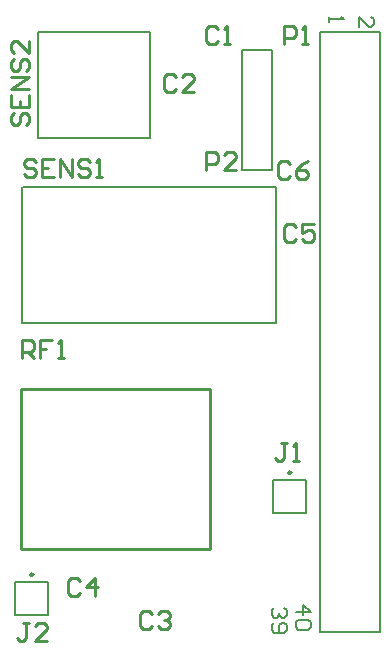
<source format=gto>
G04 Layer_Color=65535*
%FSLAX25Y25*%
%MOIN*%
G70*
G01*
G75*
%ADD16C,0.01000*%
%ADD24C,0.00984*%
%ADD25C,0.00787*%
%ADD26C,0.00800*%
D16*
X7441Y86032D02*
X70433D01*
X7441Y32488D02*
Y86032D01*
Y32488D02*
X70433D01*
Y59061D01*
Y58079D02*
Y86032D01*
X50999Y10998D02*
X49999Y11998D01*
X48000D01*
X47000Y10998D01*
Y7000D01*
X48000Y6000D01*
X49999D01*
X50999Y7000D01*
X52998Y10998D02*
X53998Y11998D01*
X55997D01*
X56997Y10998D01*
Y9999D01*
X55997Y8999D01*
X54997D01*
X55997D01*
X56997Y7999D01*
Y7000D01*
X55997Y6000D01*
X53998D01*
X52998Y7000D01*
X26999Y21998D02*
X25999Y22998D01*
X24000D01*
X23000Y21998D01*
Y18000D01*
X24000Y17000D01*
X25999D01*
X26999Y18000D01*
X31997Y17000D02*
Y22998D01*
X28998Y19999D01*
X32997D01*
X9999Y7998D02*
X7999D01*
X8999D01*
Y3000D01*
X7999Y2000D01*
X7000D01*
X6000Y3000D01*
X15997Y2000D02*
X11998D01*
X15997Y5999D01*
Y6998D01*
X14997Y7998D01*
X12998D01*
X11998Y6998D01*
X98999Y139998D02*
X97999Y140998D01*
X96000D01*
X95000Y139998D01*
Y136000D01*
X96000Y135000D01*
X97999D01*
X98999Y136000D01*
X104997Y140998D02*
X100998D01*
Y137999D01*
X102997Y138999D01*
X103997D01*
X104997Y137999D01*
Y136000D01*
X103997Y135000D01*
X101998D01*
X100998Y136000D01*
X96999Y160998D02*
X95999Y161998D01*
X94000D01*
X93000Y160998D01*
Y157000D01*
X94000Y156000D01*
X95999D01*
X96999Y157000D01*
X102997Y161998D02*
X100997Y160998D01*
X98998Y158999D01*
Y157000D01*
X99998Y156000D01*
X101997D01*
X102997Y157000D01*
Y157999D01*
X101997Y158999D01*
X98998D01*
X72999Y205998D02*
X71999Y206998D01*
X70000D01*
X69000Y205998D01*
Y202000D01*
X70000Y201000D01*
X71999D01*
X72999Y202000D01*
X74998Y201000D02*
X76997D01*
X75998D01*
Y206998D01*
X74998Y205998D01*
X58999Y189998D02*
X57999Y190998D01*
X56000D01*
X55000Y189998D01*
Y186000D01*
X56000Y185000D01*
X57999D01*
X58999Y186000D01*
X64997Y185000D02*
X60998D01*
X64997Y188999D01*
Y189998D01*
X63997Y190998D01*
X61998D01*
X60998Y189998D01*
X69000Y159000D02*
Y164998D01*
X71999D01*
X72999Y163998D01*
Y161999D01*
X71999Y160999D01*
X69000D01*
X78997Y159000D02*
X74998D01*
X78997Y162999D01*
Y163998D01*
X77997Y164998D01*
X75998D01*
X74998Y163998D01*
X5002Y177999D02*
X4002Y176999D01*
Y175000D01*
X5002Y174000D01*
X6001D01*
X7001Y175000D01*
Y176999D01*
X8001Y177999D01*
X9000D01*
X10000Y176999D01*
Y175000D01*
X9000Y174000D01*
X4002Y183997D02*
Y179998D01*
X10000D01*
Y183997D01*
X7001Y179998D02*
Y181997D01*
X10000Y185996D02*
X4002D01*
X10000Y189995D01*
X4002D01*
X5002Y195993D02*
X4002Y194993D01*
Y192994D01*
X5002Y191994D01*
X6001D01*
X7001Y192994D01*
Y194993D01*
X8001Y195993D01*
X9000D01*
X10000Y194993D01*
Y192994D01*
X9000Y191994D01*
X10000Y201991D02*
Y197992D01*
X6001Y201991D01*
X5002D01*
X4002Y200991D01*
Y198992D01*
X5002Y197992D01*
X95000Y201000D02*
Y206998D01*
X97999D01*
X98999Y205998D01*
Y203999D01*
X97999Y202999D01*
X95000D01*
X100998Y201000D02*
X102997D01*
X101998D01*
Y206998D01*
X100998Y205998D01*
X96049Y68048D02*
X94049D01*
X95049D01*
Y63050D01*
X94049Y62050D01*
X93050D01*
X92050Y63050D01*
X98048Y62050D02*
X100047D01*
X99048D01*
Y68048D01*
X98048Y67048D01*
X12299Y161598D02*
X11299Y162598D01*
X9300D01*
X8300Y161598D01*
Y160599D01*
X9300Y159599D01*
X11299D01*
X12299Y158599D01*
Y157600D01*
X11299Y156600D01*
X9300D01*
X8300Y157600D01*
X18297Y162598D02*
X14298D01*
Y156600D01*
X18297D01*
X14298Y159599D02*
X16297D01*
X20296Y156600D02*
Y162598D01*
X24295Y156600D01*
Y162598D01*
X30293Y161598D02*
X29293Y162598D01*
X27294D01*
X26294Y161598D01*
Y160599D01*
X27294Y159599D01*
X29293D01*
X30293Y158599D01*
Y157600D01*
X29293Y156600D01*
X27294D01*
X26294Y157600D01*
X32292Y156600D02*
X34292D01*
X33292D01*
Y162598D01*
X32292Y161598D01*
X7900Y96200D02*
Y102198D01*
X10899D01*
X11899Y101198D01*
Y99199D01*
X10899Y98199D01*
X7900D01*
X9899D02*
X11899Y96200D01*
X17897Y102198D02*
X13898D01*
Y99199D01*
X15897D01*
X13898D01*
Y96200D01*
X19896D02*
X21895D01*
X20896D01*
Y102198D01*
X19896Y101198D01*
D24*
X11492Y24071D02*
G03*
X11492Y24071I-492J0D01*
G01*
X97492Y58071D02*
G03*
X97492Y58071I-492J0D01*
G01*
D25*
X5488Y10488D02*
Y21512D01*
X5488Y10488D02*
X16512D01*
Y21512D01*
X5488Y21512D02*
X16512D01*
X81000Y199000D02*
X91000D01*
Y159000D02*
Y199000D01*
X81000Y159000D02*
Y199000D01*
Y159000D02*
X91000D01*
X41307Y169665D02*
X50559D01*
Y205000D01*
X13158Y169665D02*
Y205039D01*
Y169665D02*
X22803D01*
X41307D01*
X13158Y205039D02*
X50559Y205000D01*
X107000Y5000D02*
Y205000D01*
X127000Y5000D02*
Y205000D01*
X107000D02*
X127000D01*
X107000Y5000D02*
X127000D01*
X91488Y44488D02*
Y55512D01*
X91488Y44488D02*
X102512D01*
Y55512D01*
X91488Y55512D02*
X102512D01*
X7654Y107913D02*
X92299D01*
Y150827D02*
Y153189D01*
Y107913D02*
Y150827D01*
X7654Y107913D02*
Y152795D01*
X8047Y153189D01*
X92299D01*
D26*
X110000Y210000D02*
Y208334D01*
Y209167D01*
X114998D01*
X114165Y210000D01*
X120000Y206668D02*
Y210000D01*
X123332Y206668D01*
X124165D01*
X124998Y207501D01*
Y209167D01*
X124165Y210000D01*
X99000Y11501D02*
X103998D01*
X101499Y14000D01*
Y10668D01*
X103165Y9002D02*
X103998Y8169D01*
Y6502D01*
X103165Y5669D01*
X99833D01*
X99000Y6502D01*
Y8169D01*
X99833Y9002D01*
X103165D01*
X95165Y13000D02*
X95998Y12167D01*
Y10501D01*
X95165Y9668D01*
X94332D01*
X93499Y10501D01*
Y11334D01*
Y10501D01*
X92666Y9668D01*
X91833D01*
X91000Y10501D01*
Y12167D01*
X91833Y13000D01*
Y8002D02*
X91000Y7169D01*
Y5502D01*
X91833Y4669D01*
X95165D01*
X95998Y5502D01*
Y7169D01*
X95165Y8002D01*
X94332D01*
X93499Y7169D01*
Y4669D01*
M02*

</source>
